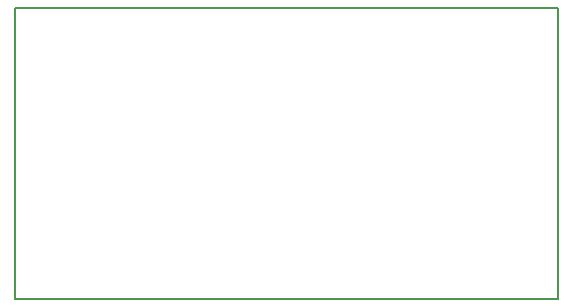
<source format=gm1>
G04 #@! TF.FileFunction,Profile,NP*
%FSLAX46Y46*%
G04 Gerber Fmt 4.6, Leading zero omitted, Abs format (unit mm)*
G04 Created by KiCad (PCBNEW (2015-11-17 BZR 6321)-product) date Tue 01 Dec 2015 04:11:32 PM PST*
%MOMM*%
G01*
G04 APERTURE LIST*
%ADD10C,0.100000*%
%ADD11C,0.150000*%
G04 APERTURE END LIST*
D10*
D11*
X199136000Y-137922000D02*
X199136000Y-113284000D01*
X153162000Y-137922000D02*
X199136000Y-137922000D01*
X153162000Y-113284000D02*
X153162000Y-137922000D01*
X199136000Y-113284000D02*
X153162000Y-113284000D01*
M02*

</source>
